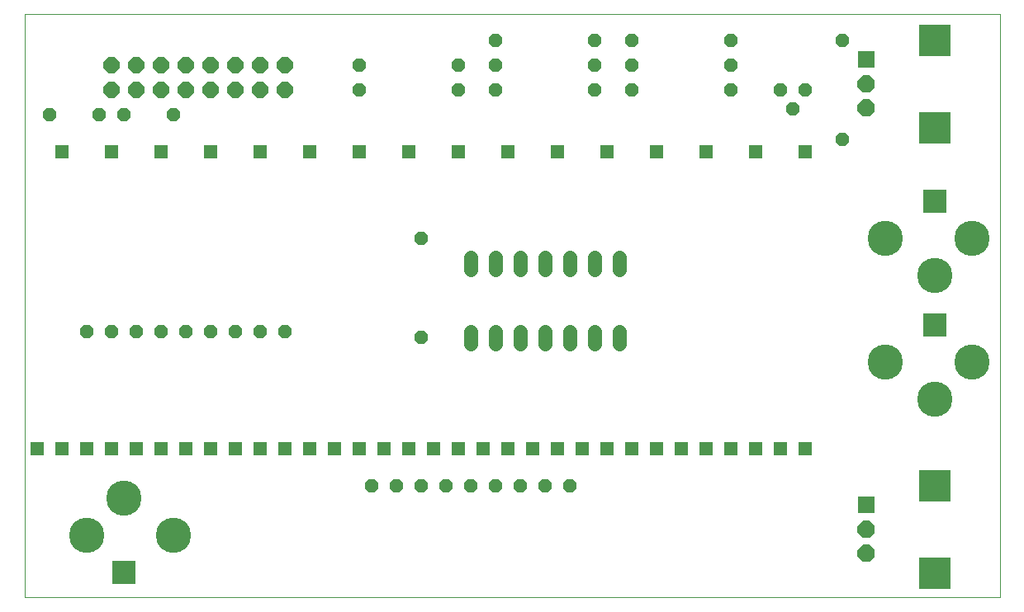
<source format=gts>
G75*
G70*
%OFA0B0*%
%FSLAX24Y24*%
%IPPOS*%
%LPD*%
%AMOC8*
5,1,8,0,0,1.08239X$1,22.5*
%
%ADD10C,0.0000*%
%ADD11R,0.0555X0.0555*%
%ADD12R,0.0926X0.0926*%
%ADD13C,0.1424*%
%ADD14C,0.0560*%
%ADD15OC8,0.0640*%
%ADD16OC8,0.0560*%
%ADD17R,0.0700X0.0700*%
%ADD18OC8,0.0700*%
%ADD19R,0.1267X0.1267*%
D10*
X000180Y000680D02*
X000180Y024251D01*
X039550Y024251D01*
X039550Y000680D01*
X000180Y000680D01*
D11*
X000680Y006680D03*
X001680Y006680D03*
X002680Y006680D03*
X003680Y006680D03*
X004680Y006680D03*
X005680Y006680D03*
X006680Y006680D03*
X007680Y006680D03*
X008680Y006680D03*
X009680Y006680D03*
X010680Y006680D03*
X011680Y006680D03*
X012680Y006680D03*
X013680Y006680D03*
X014680Y006680D03*
X015680Y006680D03*
X016680Y006680D03*
X017680Y006680D03*
X018680Y006680D03*
X019680Y006680D03*
X020680Y006680D03*
X021680Y006680D03*
X022680Y006680D03*
X023680Y006680D03*
X024680Y006680D03*
X025680Y006680D03*
X026680Y006680D03*
X027680Y006680D03*
X028680Y006680D03*
X029680Y006680D03*
X030680Y006680D03*
X031680Y006680D03*
X031680Y018680D03*
X029680Y018680D03*
X027680Y018680D03*
X025680Y018680D03*
X023680Y018680D03*
X021680Y018680D03*
X019680Y018680D03*
X017680Y018680D03*
X015680Y018680D03*
X013680Y018680D03*
X011680Y018680D03*
X009680Y018680D03*
X007680Y018680D03*
X005680Y018680D03*
X003680Y018680D03*
X001680Y018680D03*
D12*
X004180Y001680D03*
X036930Y011680D03*
X036930Y016680D03*
D13*
X038430Y015180D03*
X036930Y013680D03*
X034930Y015180D03*
X034930Y010180D03*
X036930Y008680D03*
X038430Y010180D03*
X006180Y003180D03*
X004180Y004680D03*
X002680Y003180D03*
D14*
X018180Y010920D02*
X018180Y011440D01*
X019180Y011440D02*
X019180Y010920D01*
X020180Y010920D02*
X020180Y011440D01*
X021180Y011440D02*
X021180Y010920D01*
X022180Y010920D02*
X022180Y011440D01*
X023180Y011440D02*
X023180Y010920D01*
X024180Y010920D02*
X024180Y011440D01*
X024180Y013920D02*
X024180Y014440D01*
X023180Y014440D02*
X023180Y013920D01*
X022180Y013920D02*
X022180Y014440D01*
X021180Y014440D02*
X021180Y013920D01*
X020180Y013920D02*
X020180Y014440D01*
X019180Y014440D02*
X019180Y013920D01*
X018180Y013920D02*
X018180Y014440D01*
D15*
X010680Y021180D03*
X009680Y021180D03*
X008680Y021180D03*
X007680Y021180D03*
X006680Y021180D03*
X005680Y021180D03*
X004680Y021180D03*
X003680Y021180D03*
X003680Y022180D03*
X004680Y022180D03*
X005680Y022180D03*
X006680Y022180D03*
X007680Y022180D03*
X008680Y022180D03*
X009680Y022180D03*
X010680Y022180D03*
D16*
X013680Y022180D03*
X013680Y021180D03*
X017680Y021180D03*
X019180Y021180D03*
X019180Y022180D03*
X017680Y022180D03*
X019180Y023180D03*
X023180Y023180D03*
X023180Y022180D03*
X023180Y021180D03*
X024680Y021180D03*
X024680Y022180D03*
X024680Y023180D03*
X028680Y023180D03*
X028680Y022180D03*
X028680Y021180D03*
X030680Y021180D03*
X031680Y021180D03*
X031180Y020430D03*
X033180Y019180D03*
X033180Y023180D03*
X016180Y015180D03*
X010680Y011430D03*
X009680Y011430D03*
X008680Y011430D03*
X007680Y011430D03*
X006680Y011430D03*
X005680Y011430D03*
X004680Y011430D03*
X003680Y011430D03*
X002680Y011430D03*
X014180Y005180D03*
X015180Y005180D03*
X016180Y005180D03*
X017180Y005180D03*
X018180Y005180D03*
X019180Y005180D03*
X020180Y005180D03*
X021180Y005180D03*
X022180Y005180D03*
X016180Y011180D03*
X006180Y020180D03*
X004180Y020180D03*
X003180Y020180D03*
X001180Y020180D03*
D17*
X034174Y022414D03*
X034174Y004414D03*
D18*
X034174Y003430D03*
X034174Y002446D03*
X034174Y020446D03*
X034174Y021430D03*
D19*
X036930Y019658D03*
X036930Y023202D03*
X036930Y005202D03*
X036930Y001658D03*
M02*

</source>
